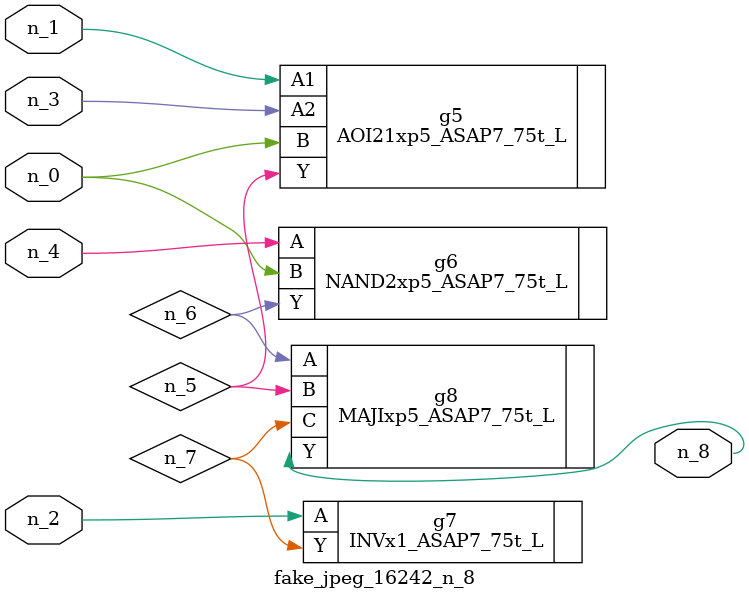
<source format=v>
module fake_jpeg_16242_n_8 (n_3, n_2, n_1, n_0, n_4, n_8);

input n_3;
input n_2;
input n_1;
input n_0;
input n_4;

output n_8;

wire n_6;
wire n_5;
wire n_7;

AOI21xp5_ASAP7_75t_L g5 ( 
.A1(n_1),
.A2(n_3),
.B(n_0),
.Y(n_5)
);

NAND2xp5_ASAP7_75t_L g6 ( 
.A(n_4),
.B(n_0),
.Y(n_6)
);

INVx1_ASAP7_75t_L g7 ( 
.A(n_2),
.Y(n_7)
);

MAJIxp5_ASAP7_75t_L g8 ( 
.A(n_6),
.B(n_5),
.C(n_7),
.Y(n_8)
);


endmodule
</source>
